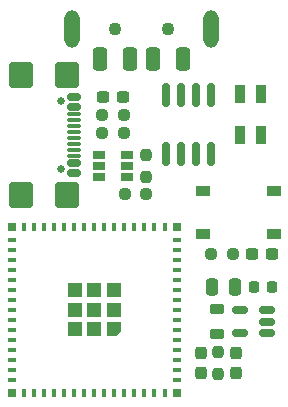
<source format=gbr>
%TF.GenerationSoftware,KiCad,Pcbnew,9.0.0*%
%TF.CreationDate,2025-07-11T23:31:07+02:00*%
%TF.ProjectId,usb-dmx,7573622d-646d-4782-9e6b-696361645f70,1*%
%TF.SameCoordinates,Original*%
%TF.FileFunction,Soldermask,Top*%
%TF.FilePolarity,Negative*%
%FSLAX46Y46*%
G04 Gerber Fmt 4.6, Leading zero omitted, Abs format (unit mm)*
G04 Created by KiCad (PCBNEW 9.0.0) date 2025-07-11 23:31:07*
%MOMM*%
%LPD*%
G01*
G04 APERTURE LIST*
G04 Aperture macros list*
%AMRoundRect*
0 Rectangle with rounded corners*
0 $1 Rounding radius*
0 $2 $3 $4 $5 $6 $7 $8 $9 X,Y pos of 4 corners*
0 Add a 4 corners polygon primitive as box body*
4,1,4,$2,$3,$4,$5,$6,$7,$8,$9,$2,$3,0*
0 Add four circle primitives for the rounded corners*
1,1,$1+$1,$2,$3*
1,1,$1+$1,$4,$5*
1,1,$1+$1,$6,$7*
1,1,$1+$1,$8,$9*
0 Add four rect primitives between the rounded corners*
20,1,$1+$1,$2,$3,$4,$5,0*
20,1,$1+$1,$4,$5,$6,$7,0*
20,1,$1+$1,$6,$7,$8,$9,0*
20,1,$1+$1,$8,$9,$2,$3,0*%
%AMOutline5P*
0 Free polygon, 5 corners , with rotation*
0 The origin of the aperture is its center*
0 number of corners: always 5*
0 $1 to $10 corner X, Y*
0 $11 Rotation angle, in degrees counterclockwise*
0 create outline with 5 corners*
4,1,5,$1,$2,$3,$4,$5,$6,$7,$8,$9,$10,$1,$2,$11*%
%AMOutline6P*
0 Free polygon, 6 corners , with rotation*
0 The origin of the aperture is its center*
0 number of corners: always 6*
0 $1 to $12 corner X, Y*
0 $13 Rotation angle, in degrees counterclockwise*
0 create outline with 6 corners*
4,1,6,$1,$2,$3,$4,$5,$6,$7,$8,$9,$10,$11,$12,$1,$2,$13*%
%AMOutline7P*
0 Free polygon, 7 corners , with rotation*
0 The origin of the aperture is its center*
0 number of corners: always 7*
0 $1 to $14 corner X, Y*
0 $15 Rotation angle, in degrees counterclockwise*
0 create outline with 7 corners*
4,1,7,$1,$2,$3,$4,$5,$6,$7,$8,$9,$10,$11,$12,$13,$14,$1,$2,$15*%
%AMOutline8P*
0 Free polygon, 8 corners , with rotation*
0 The origin of the aperture is its center*
0 number of corners: always 8*
0 $1 to $16 corner X, Y*
0 $17 Rotation angle, in degrees counterclockwise*
0 create outline with 8 corners*
4,1,8,$1,$2,$3,$4,$5,$6,$7,$8,$9,$10,$11,$12,$13,$14,$15,$16,$1,$2,$17*%
G04 Aperture macros list end*
%ADD10C,0.650000*%
%ADD11RoundRect,0.150000X-0.425000X0.150000X-0.425000X-0.150000X0.425000X-0.150000X0.425000X0.150000X0*%
%ADD12RoundRect,0.075000X-0.500000X0.075000X-0.500000X-0.075000X0.500000X-0.075000X0.500000X0.075000X0*%
%ADD13RoundRect,0.250000X-0.750000X0.840000X-0.750000X-0.840000X0.750000X-0.840000X0.750000X0.840000X0*%
%ADD14RoundRect,0.237500X-0.237500X0.250000X-0.237500X-0.250000X0.237500X-0.250000X0.237500X0.250000X0*%
%ADD15RoundRect,0.237500X-0.250000X-0.237500X0.250000X-0.237500X0.250000X0.237500X-0.250000X0.237500X0*%
%ADD16R,0.850000X1.600000*%
%ADD17R,0.800000X0.400000*%
%ADD18R,0.400000X0.800000*%
%ADD19Outline5P,-0.600000X0.204000X-0.204000X0.600000X0.600000X0.600000X0.600000X-0.600000X-0.600000X-0.600000X180.000000*%
%ADD20R,1.200000X1.200000*%
%ADD21R,0.800000X0.800000*%
%ADD22RoundRect,0.225000X0.225000X0.250000X-0.225000X0.250000X-0.225000X-0.250000X0.225000X-0.250000X0*%
%ADD23RoundRect,0.150000X0.512500X0.150000X-0.512500X0.150000X-0.512500X-0.150000X0.512500X-0.150000X0*%
%ADD24RoundRect,0.237500X0.237500X-0.250000X0.237500X0.250000X-0.237500X0.250000X-0.237500X-0.250000X0*%
%ADD25RoundRect,0.150000X0.150000X-0.825000X0.150000X0.825000X-0.150000X0.825000X-0.150000X-0.825000X0*%
%ADD26RoundRect,0.102000X-0.400000X-0.275000X0.400000X-0.275000X0.400000X0.275000X-0.400000X0.275000X0*%
%ADD27RoundRect,0.102000X-0.500000X-0.350000X0.500000X-0.350000X0.500000X0.350000X-0.500000X0.350000X0*%
%ADD28RoundRect,0.237500X0.300000X0.237500X-0.300000X0.237500X-0.300000X-0.237500X0.300000X-0.237500X0*%
%ADD29RoundRect,0.237500X-0.237500X0.300000X-0.237500X-0.300000X0.237500X-0.300000X0.237500X0.300000X0*%
%ADD30RoundRect,0.237500X0.237500X-0.300000X0.237500X0.300000X-0.237500X0.300000X-0.237500X-0.300000X0*%
%ADD31RoundRect,0.237500X0.250000X0.237500X-0.250000X0.237500X-0.250000X-0.237500X0.250000X-0.237500X0*%
%ADD32RoundRect,0.218750X0.381250X-0.218750X0.381250X0.218750X-0.381250X0.218750X-0.381250X-0.218750X0*%
%ADD33C,1.100000*%
%ADD34RoundRect,0.300000X0.300000X-0.700000X0.300000X0.700000X-0.300000X0.700000X-0.300000X-0.700000X0*%
%ADD35O,1.300000X3.200000*%
%ADD36RoundRect,0.237500X-0.300000X-0.237500X0.300000X-0.237500X0.300000X0.237500X-0.300000X0.237500X0*%
%ADD37RoundRect,0.250000X-0.250000X-0.475000X0.250000X-0.475000X0.250000X0.475000X-0.250000X0.475000X0*%
G04 APERTURE END LIST*
D10*
%TO.C,J1*%
X93215000Y-68810000D03*
X93215000Y-74590000D03*
D11*
X94290000Y-68500000D03*
X94290000Y-69300000D03*
D12*
X94290000Y-70450000D03*
X94290000Y-71450000D03*
X94290000Y-71950000D03*
X94290000Y-72950000D03*
D11*
X94290000Y-74100000D03*
X94290000Y-74900000D03*
X94290000Y-74900000D03*
X94290000Y-74100000D03*
D12*
X94290000Y-73450000D03*
X94290000Y-72450000D03*
X94290000Y-70950000D03*
X94290000Y-69950000D03*
D11*
X94290000Y-69300000D03*
X94290000Y-68500000D03*
D13*
X93715000Y-66590000D03*
X89785000Y-66590000D03*
X93715000Y-76810000D03*
X89785000Y-76810000D03*
%TD*%
D14*
%TO.C,R3*%
X106500000Y-90087500D03*
X106500000Y-91912500D03*
%TD*%
D15*
%TO.C,R1*%
X96687500Y-71500000D03*
X98512500Y-71500000D03*
%TD*%
%TO.C,R2*%
X96687500Y-70000000D03*
X98512500Y-70000000D03*
%TD*%
D16*
%TO.C,D1*%
X110100000Y-68200000D03*
X108350000Y-68200000D03*
X108350000Y-71700000D03*
X110100000Y-71700000D03*
%TD*%
D17*
%TO.C,U3*%
X103000000Y-92450000D03*
X103000000Y-91600000D03*
X103000000Y-90750000D03*
X103000000Y-89900000D03*
X103000000Y-89050000D03*
X103000000Y-88200000D03*
X103000000Y-87350000D03*
X103000000Y-86500000D03*
X103000000Y-85650000D03*
X103000000Y-84800000D03*
X103000000Y-83950000D03*
X103000000Y-83100000D03*
X103000000Y-82250000D03*
X103000000Y-81400000D03*
X103000000Y-80550000D03*
D18*
X101950000Y-79500000D03*
X101100000Y-79500000D03*
X100250000Y-79500000D03*
X99400000Y-79500000D03*
X98550000Y-79500000D03*
X97700000Y-79500000D03*
X96850000Y-79500000D03*
X96000000Y-79500000D03*
X95150000Y-79500000D03*
X94300000Y-79500000D03*
X93450000Y-79500000D03*
X92600000Y-79500000D03*
X91750000Y-79500000D03*
X90900000Y-79500000D03*
X90050000Y-79500000D03*
D17*
X89000000Y-80550000D03*
X89000000Y-81400000D03*
X89000000Y-82250000D03*
X89000000Y-83100000D03*
X89000000Y-83950000D03*
X89000000Y-84800000D03*
X89000000Y-85650000D03*
X89000000Y-86500000D03*
X89000000Y-87350000D03*
X89000000Y-88200000D03*
X89000000Y-89050000D03*
X89000000Y-89900000D03*
X89000000Y-90750000D03*
X89000000Y-91600000D03*
X89000000Y-92450000D03*
D18*
X90050000Y-93500000D03*
X90900000Y-93500000D03*
X91750000Y-93500000D03*
X92600000Y-93500000D03*
X93450000Y-93500000D03*
X94300000Y-93500000D03*
X95150000Y-93500000D03*
X96000000Y-93500000D03*
X96850000Y-93500000D03*
X97700000Y-93500000D03*
X98550000Y-93500000D03*
X99400000Y-93500000D03*
X100250000Y-93500000D03*
X101100000Y-93500000D03*
X101950000Y-93500000D03*
D19*
X97650000Y-88150000D03*
D20*
X97650000Y-86500000D03*
X97650000Y-84850000D03*
X96000000Y-88150000D03*
X96000000Y-86500000D03*
X96000000Y-84850000D03*
X94350000Y-88150000D03*
X94350000Y-86500000D03*
X94350000Y-84850000D03*
D21*
X103000000Y-93500000D03*
X103000000Y-79500000D03*
X89000000Y-79500000D03*
X89000000Y-93500000D03*
%TD*%
D22*
%TO.C,C1*%
X111050000Y-84550000D03*
X109500000Y-84550000D03*
%TD*%
D23*
%TO.C,U2*%
X110637500Y-88450000D03*
X110637500Y-87500000D03*
X110637500Y-86550000D03*
X108362500Y-86550000D03*
X108362500Y-88450000D03*
%TD*%
D24*
%TO.C,R5*%
X100400000Y-75212500D03*
X100400000Y-73387500D03*
%TD*%
D15*
%TO.C,R4*%
X105887500Y-81800000D03*
X107712500Y-81800000D03*
%TD*%
D25*
%TO.C,U4*%
X102095000Y-73275000D03*
X103365000Y-73275000D03*
X104635000Y-73275000D03*
X105905000Y-73275000D03*
X105905000Y-68325000D03*
X104635000Y-68325000D03*
X103365000Y-68325000D03*
X102095000Y-68325000D03*
%TD*%
D26*
%TO.C,U1*%
X96400000Y-73350000D03*
X96400000Y-74300000D03*
X96400000Y-75250000D03*
X98800000Y-75250000D03*
X98800000Y-74300000D03*
X98800000Y-73350000D03*
%TD*%
D27*
%TO.C,SW1*%
X105200000Y-76400000D03*
X111200000Y-76400000D03*
X105200000Y-80100000D03*
X111200000Y-80100000D03*
%TD*%
D28*
%TO.C,C6*%
X98462500Y-68500000D03*
X96737500Y-68500000D03*
%TD*%
D29*
%TO.C,C4*%
X105000000Y-90137500D03*
X105000000Y-91862500D03*
%TD*%
D30*
%TO.C,C3*%
X108000000Y-91862500D03*
X108000000Y-90137500D03*
%TD*%
D31*
%TO.C,R6*%
X100412500Y-76700000D03*
X98587500Y-76700000D03*
%TD*%
D32*
%TO.C,L1*%
X106362500Y-88562500D03*
X106362500Y-86437500D03*
%TD*%
D33*
%TO.C,J2*%
X97750000Y-62675000D03*
X102250000Y-62675000D03*
D34*
X96500000Y-65275000D03*
X99000000Y-65275000D03*
X101000000Y-65275000D03*
X103500000Y-65275000D03*
D35*
X94150000Y-62675000D03*
X105850000Y-62675000D03*
%TD*%
D36*
%TO.C,C5*%
X109337500Y-81800000D03*
X111062500Y-81800000D03*
%TD*%
D37*
%TO.C,C2*%
X106000000Y-84550000D03*
X107900000Y-84550000D03*
%TD*%
M02*

</source>
